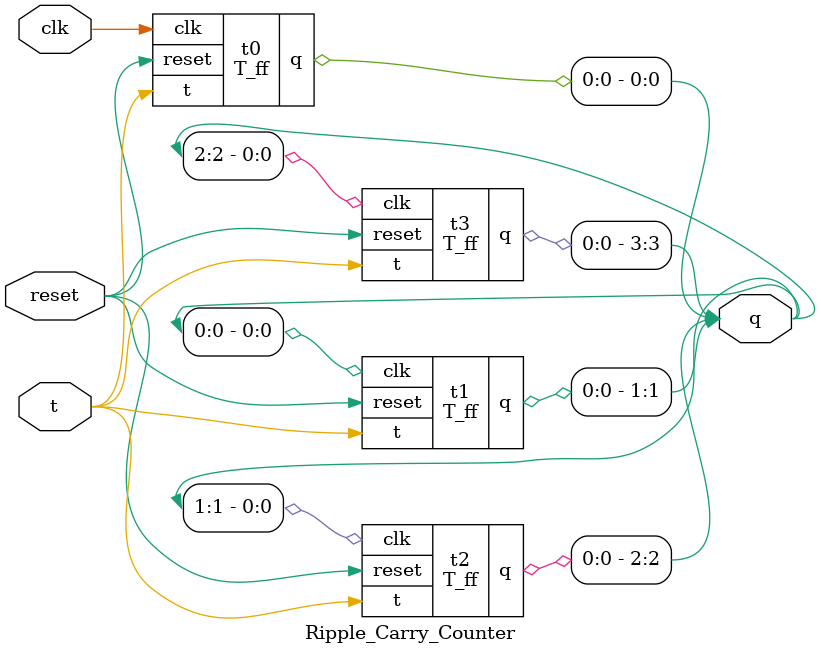
<source format=v>
`timescale 1ns / 1ps
module T_ff(input clk,reset,t, output reg q);
always @ (negedge clk or posedge reset)
begin
if (reset) q<=1'b0;
else if(t) q<= ~q;
end
endmodule

module Ripple_Carry_Counter(
    input clk, reset,t,
    output [3:0] q
    );
    T_ff t0(clk,reset,t,q[0]);
    T_ff t1(q[0],reset,t,q[1]);
    T_ff t2(q[1],reset,t,q[2]);
    T_ff t3(q[2],reset,t,q[3]);
      
    
endmodule

</source>
